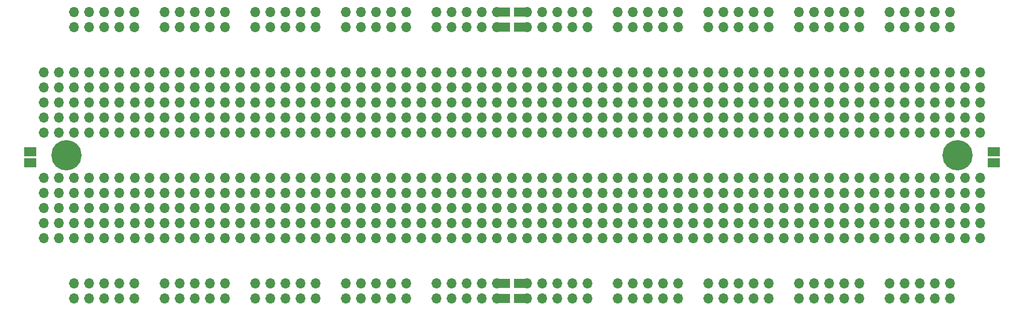
<source format=gbs>
G04 #@! TF.GenerationSoftware,KiCad,Pcbnew,(5.1.8)-1*
G04 #@! TF.CreationDate,2021-02-07T23:28:57+01:00*
G04 #@! TF.ProjectId,Breadboard 830,42726561-6462-46f6-9172-64203833302e,rev?*
G04 #@! TF.SameCoordinates,Original*
G04 #@! TF.FileFunction,Soldermask,Bot*
G04 #@! TF.FilePolarity,Negative*
%FSLAX46Y46*%
G04 Gerber Fmt 4.6, Leading zero omitted, Abs format (unit mm)*
G04 Created by KiCad (PCBNEW (5.1.8)-1) date 2021-02-07 23:28:57*
%MOMM*%
%LPD*%
G01*
G04 APERTURE LIST*
%ADD10R,1.900000X1.600000*%
%ADD11C,5.100000*%
%ADD12O,1.700000X1.700000*%
%ADD13R,2.000000X1.500000*%
G04 APERTURE END LIST*
D10*
X166370000Y-71120000D03*
X163830000Y-71120000D03*
X166370000Y-73660000D03*
X163830000Y-73660000D03*
X166370000Y-116840000D03*
X163830000Y-116840000D03*
X166370000Y-119380000D03*
X163830000Y-119380000D03*
D11*
X240030000Y-95250000D03*
X90170000Y-95250000D03*
D12*
X132080000Y-116840000D03*
X129540000Y-116840000D03*
X127000000Y-116840000D03*
X124460000Y-116840000D03*
X121920000Y-116840000D03*
X121920000Y-119380000D03*
X124460000Y-119380000D03*
X127000000Y-119380000D03*
X129540000Y-119380000D03*
X132080000Y-119380000D03*
X101600000Y-116840000D03*
X99060000Y-116840000D03*
X96520000Y-116840000D03*
X93980000Y-116840000D03*
X91440000Y-116840000D03*
X91440000Y-119380000D03*
X93980000Y-119380000D03*
X96520000Y-119380000D03*
X99060000Y-119380000D03*
X101600000Y-119380000D03*
X116840000Y-116840000D03*
X114300000Y-116840000D03*
X111760000Y-116840000D03*
X109220000Y-116840000D03*
X106680000Y-116840000D03*
X106680000Y-119380000D03*
X109220000Y-119380000D03*
X111760000Y-119380000D03*
X114300000Y-119380000D03*
X116840000Y-119380000D03*
X208280000Y-116840000D03*
X205740000Y-116840000D03*
X203200000Y-116840000D03*
X200660000Y-116840000D03*
X198120000Y-116840000D03*
X198120000Y-119380000D03*
X200660000Y-119380000D03*
X203200000Y-119380000D03*
X205740000Y-119380000D03*
X208280000Y-119380000D03*
X238760000Y-116840000D03*
X236220000Y-116840000D03*
X233680000Y-116840000D03*
X231140000Y-116840000D03*
X228600000Y-116840000D03*
X228600000Y-119380000D03*
X231140000Y-119380000D03*
X233680000Y-119380000D03*
X236220000Y-119380000D03*
X238760000Y-119380000D03*
X193040000Y-116840000D03*
X190500000Y-116840000D03*
X187960000Y-116840000D03*
X185420000Y-116840000D03*
X182880000Y-116840000D03*
X182880000Y-119380000D03*
X185420000Y-119380000D03*
X187960000Y-119380000D03*
X190500000Y-119380000D03*
X193040000Y-119380000D03*
X162560000Y-116840000D03*
X160020000Y-116840000D03*
X157480000Y-116840000D03*
X154940000Y-116840000D03*
X152400000Y-116840000D03*
X152400000Y-119380000D03*
X154940000Y-119380000D03*
X157480000Y-119380000D03*
X160020000Y-119380000D03*
X162560000Y-119380000D03*
X177800000Y-116840000D03*
X175260000Y-116840000D03*
X172720000Y-116840000D03*
X170180000Y-116840000D03*
X167640000Y-116840000D03*
X167640000Y-119380000D03*
X170180000Y-119380000D03*
X172720000Y-119380000D03*
X175260000Y-119380000D03*
X177800000Y-119380000D03*
X147320000Y-116840000D03*
X144780000Y-116840000D03*
X142240000Y-116840000D03*
X139700000Y-116840000D03*
X137160000Y-116840000D03*
X137160000Y-119380000D03*
X139700000Y-119380000D03*
X142240000Y-119380000D03*
X144780000Y-119380000D03*
X147320000Y-119380000D03*
X223520000Y-116840000D03*
X220980000Y-116840000D03*
X218440000Y-116840000D03*
X215900000Y-116840000D03*
X213360000Y-116840000D03*
X213360000Y-119380000D03*
X215900000Y-119380000D03*
X218440000Y-119380000D03*
X220980000Y-119380000D03*
X223520000Y-119380000D03*
X193040000Y-71120000D03*
X190500000Y-71120000D03*
X187960000Y-71120000D03*
X185420000Y-71120000D03*
X182880000Y-71120000D03*
X182880000Y-73660000D03*
X185420000Y-73660000D03*
X187960000Y-73660000D03*
X190500000Y-73660000D03*
X193040000Y-73660000D03*
X223520000Y-71120000D03*
X220980000Y-71120000D03*
X218440000Y-71120000D03*
X215900000Y-71120000D03*
X213360000Y-71120000D03*
X213360000Y-73660000D03*
X215900000Y-73660000D03*
X218440000Y-73660000D03*
X220980000Y-73660000D03*
X223520000Y-73660000D03*
X238760000Y-71120000D03*
X236220000Y-71120000D03*
X233680000Y-71120000D03*
X231140000Y-71120000D03*
X228600000Y-71120000D03*
X228600000Y-73660000D03*
X231140000Y-73660000D03*
X233680000Y-73660000D03*
X236220000Y-73660000D03*
X238760000Y-73660000D03*
X177800000Y-71120000D03*
X175260000Y-71120000D03*
X172720000Y-71120000D03*
X170180000Y-71120000D03*
X167640000Y-71120000D03*
X167640000Y-73660000D03*
X170180000Y-73660000D03*
X172720000Y-73660000D03*
X175260000Y-73660000D03*
X177800000Y-73660000D03*
X208280000Y-71120000D03*
X205740000Y-71120000D03*
X203200000Y-71120000D03*
X200660000Y-71120000D03*
X198120000Y-71120000D03*
X198120000Y-73660000D03*
X200660000Y-73660000D03*
X203200000Y-73660000D03*
X205740000Y-73660000D03*
X208280000Y-73660000D03*
X147320000Y-71120000D03*
X144780000Y-71120000D03*
X142240000Y-71120000D03*
X139700000Y-71120000D03*
X137160000Y-71120000D03*
X137160000Y-73660000D03*
X139700000Y-73660000D03*
X142240000Y-73660000D03*
X144780000Y-73660000D03*
X147320000Y-73660000D03*
X162560000Y-71120000D03*
X160020000Y-71120000D03*
X157480000Y-71120000D03*
X154940000Y-71120000D03*
X152400000Y-71120000D03*
X152400000Y-73660000D03*
X154940000Y-73660000D03*
X157480000Y-73660000D03*
X160020000Y-73660000D03*
X162560000Y-73660000D03*
X116840000Y-71120000D03*
X114300000Y-71120000D03*
X111760000Y-71120000D03*
X109220000Y-71120000D03*
X106680000Y-71120000D03*
X106680000Y-73660000D03*
X109220000Y-73660000D03*
X111760000Y-73660000D03*
X114300000Y-73660000D03*
X116840000Y-73660000D03*
X132080000Y-71120000D03*
X129540000Y-71120000D03*
X127000000Y-71120000D03*
X124460000Y-71120000D03*
X121920000Y-71120000D03*
X121920000Y-73660000D03*
X124460000Y-73660000D03*
X127000000Y-73660000D03*
X129540000Y-73660000D03*
X132080000Y-73660000D03*
X101600000Y-71120000D03*
X99060000Y-71120000D03*
X96520000Y-71120000D03*
X93980000Y-71120000D03*
X91440000Y-71120000D03*
X91440000Y-73660000D03*
X93980000Y-73660000D03*
X96520000Y-73660000D03*
X99060000Y-73660000D03*
X101600000Y-73660000D03*
X86360000Y-109220000D03*
X86360000Y-106680000D03*
X86360000Y-104140000D03*
X86360000Y-101600000D03*
X86360000Y-99060000D03*
X86360000Y-91440000D03*
X86360000Y-88900000D03*
X86360000Y-86360000D03*
X86360000Y-83820000D03*
X86360000Y-81280000D03*
X182880000Y-81280000D03*
X182880000Y-83820000D03*
X182880000Y-86360000D03*
X182880000Y-88900000D03*
X182880000Y-91440000D03*
X182880000Y-99060000D03*
X182880000Y-101600000D03*
X182880000Y-104140000D03*
X182880000Y-106680000D03*
X182880000Y-109220000D03*
X215900000Y-109220000D03*
X215900000Y-106680000D03*
X215900000Y-104140000D03*
X215900000Y-101600000D03*
X215900000Y-99060000D03*
X215900000Y-91440000D03*
X215900000Y-88900000D03*
X215900000Y-86360000D03*
X215900000Y-83820000D03*
X215900000Y-81280000D03*
X213360000Y-81280000D03*
X213360000Y-83820000D03*
X213360000Y-86360000D03*
X213360000Y-88900000D03*
X213360000Y-91440000D03*
X213360000Y-99060000D03*
X213360000Y-101600000D03*
X213360000Y-104140000D03*
X213360000Y-106680000D03*
X213360000Y-109220000D03*
X210820000Y-109220000D03*
X210820000Y-106680000D03*
X210820000Y-104140000D03*
X210820000Y-101600000D03*
X210820000Y-99060000D03*
X210820000Y-91440000D03*
X210820000Y-88900000D03*
X210820000Y-86360000D03*
X210820000Y-83820000D03*
X210820000Y-81280000D03*
X208280000Y-81280000D03*
X208280000Y-83820000D03*
X208280000Y-86360000D03*
X208280000Y-88900000D03*
X208280000Y-91440000D03*
X208280000Y-99060000D03*
X208280000Y-101600000D03*
X208280000Y-104140000D03*
X208280000Y-106680000D03*
X208280000Y-109220000D03*
X205740000Y-109220000D03*
X205740000Y-106680000D03*
X205740000Y-104140000D03*
X205740000Y-101600000D03*
X205740000Y-99060000D03*
X205740000Y-91440000D03*
X205740000Y-88900000D03*
X205740000Y-86360000D03*
X205740000Y-83820000D03*
X205740000Y-81280000D03*
X203200000Y-81280000D03*
X203200000Y-83820000D03*
X203200000Y-86360000D03*
X203200000Y-88900000D03*
X203200000Y-91440000D03*
X203200000Y-99060000D03*
X203200000Y-101600000D03*
X203200000Y-104140000D03*
X203200000Y-106680000D03*
X203200000Y-109220000D03*
X200660000Y-109220000D03*
X200660000Y-106680000D03*
X200660000Y-104140000D03*
X200660000Y-101600000D03*
X200660000Y-99060000D03*
X200660000Y-91440000D03*
X200660000Y-88900000D03*
X200660000Y-86360000D03*
X200660000Y-83820000D03*
X200660000Y-81280000D03*
X198120000Y-109220000D03*
X198120000Y-106680000D03*
X198120000Y-104140000D03*
X198120000Y-101600000D03*
X198120000Y-99060000D03*
X198120000Y-91440000D03*
X198120000Y-88900000D03*
X198120000Y-86360000D03*
X198120000Y-83820000D03*
X198120000Y-81280000D03*
X195580000Y-81280000D03*
X195580000Y-83820000D03*
X195580000Y-86360000D03*
X195580000Y-88900000D03*
X195580000Y-91440000D03*
X195580000Y-99060000D03*
X195580000Y-101600000D03*
X195580000Y-104140000D03*
X195580000Y-106680000D03*
X195580000Y-109220000D03*
X193040000Y-109220000D03*
X193040000Y-106680000D03*
X193040000Y-104140000D03*
X193040000Y-101600000D03*
X193040000Y-99060000D03*
X193040000Y-91440000D03*
X193040000Y-88900000D03*
X193040000Y-86360000D03*
X193040000Y-83820000D03*
X193040000Y-81280000D03*
X190500000Y-81280000D03*
X190500000Y-83820000D03*
X190500000Y-86360000D03*
X190500000Y-88900000D03*
X190500000Y-91440000D03*
X190500000Y-99060000D03*
X190500000Y-101600000D03*
X190500000Y-104140000D03*
X190500000Y-106680000D03*
X190500000Y-109220000D03*
X187960000Y-109220000D03*
X187960000Y-106680000D03*
X187960000Y-104140000D03*
X187960000Y-101600000D03*
X187960000Y-99060000D03*
X187960000Y-91440000D03*
X187960000Y-88900000D03*
X187960000Y-86360000D03*
X187960000Y-83820000D03*
X187960000Y-81280000D03*
X134620000Y-81280000D03*
X134620000Y-83820000D03*
X134620000Y-86360000D03*
X134620000Y-88900000D03*
X134620000Y-91440000D03*
X134620000Y-99060000D03*
X134620000Y-101600000D03*
X134620000Y-104140000D03*
X134620000Y-106680000D03*
X134620000Y-109220000D03*
X132080000Y-109220000D03*
X132080000Y-106680000D03*
X132080000Y-104140000D03*
X132080000Y-101600000D03*
X132080000Y-99060000D03*
X132080000Y-91440000D03*
X132080000Y-88900000D03*
X132080000Y-86360000D03*
X132080000Y-83820000D03*
X132080000Y-81280000D03*
X180340000Y-109220000D03*
X180340000Y-106680000D03*
X180340000Y-104140000D03*
X180340000Y-101600000D03*
X180340000Y-99060000D03*
X180340000Y-91440000D03*
X180340000Y-88900000D03*
X180340000Y-86360000D03*
X180340000Y-83820000D03*
X180340000Y-81280000D03*
X177800000Y-81280000D03*
X177800000Y-83820000D03*
X177800000Y-86360000D03*
X177800000Y-88900000D03*
X177800000Y-91440000D03*
X177800000Y-99060000D03*
X177800000Y-101600000D03*
X177800000Y-104140000D03*
X177800000Y-106680000D03*
X177800000Y-109220000D03*
X175260000Y-109220000D03*
X175260000Y-106680000D03*
X175260000Y-104140000D03*
X175260000Y-101600000D03*
X175260000Y-99060000D03*
X175260000Y-91440000D03*
X175260000Y-88900000D03*
X175260000Y-86360000D03*
X175260000Y-83820000D03*
X175260000Y-81280000D03*
X172720000Y-81280000D03*
X172720000Y-83820000D03*
X172720000Y-86360000D03*
X172720000Y-88900000D03*
X172720000Y-91440000D03*
X172720000Y-99060000D03*
X172720000Y-101600000D03*
X172720000Y-104140000D03*
X172720000Y-106680000D03*
X172720000Y-109220000D03*
X170180000Y-109220000D03*
X170180000Y-106680000D03*
X170180000Y-104140000D03*
X170180000Y-101600000D03*
X170180000Y-99060000D03*
X170180000Y-91440000D03*
X170180000Y-88900000D03*
X170180000Y-86360000D03*
X170180000Y-83820000D03*
X170180000Y-81280000D03*
X167640000Y-81280000D03*
X167640000Y-83820000D03*
X167640000Y-86360000D03*
X167640000Y-88900000D03*
X167640000Y-91440000D03*
X167640000Y-99060000D03*
X167640000Y-101600000D03*
X167640000Y-104140000D03*
X167640000Y-106680000D03*
X167640000Y-109220000D03*
X165100000Y-109220000D03*
X165100000Y-106680000D03*
X165100000Y-104140000D03*
X165100000Y-101600000D03*
X165100000Y-99060000D03*
X165100000Y-91440000D03*
X165100000Y-88900000D03*
X165100000Y-86360000D03*
X165100000Y-83820000D03*
X165100000Y-81280000D03*
X162560000Y-81280000D03*
X162560000Y-83820000D03*
X162560000Y-86360000D03*
X162560000Y-88900000D03*
X162560000Y-91440000D03*
X162560000Y-99060000D03*
X162560000Y-101600000D03*
X162560000Y-104140000D03*
X162560000Y-106680000D03*
X162560000Y-109220000D03*
X129540000Y-109220000D03*
X129540000Y-106680000D03*
X129540000Y-104140000D03*
X129540000Y-101600000D03*
X129540000Y-99060000D03*
X129540000Y-91440000D03*
X129540000Y-88900000D03*
X129540000Y-86360000D03*
X129540000Y-83820000D03*
X129540000Y-81280000D03*
X127000000Y-81280000D03*
X127000000Y-83820000D03*
X127000000Y-86360000D03*
X127000000Y-88900000D03*
X127000000Y-91440000D03*
X127000000Y-99060000D03*
X127000000Y-101600000D03*
X127000000Y-104140000D03*
X127000000Y-106680000D03*
X127000000Y-109220000D03*
X124460000Y-109220000D03*
X124460000Y-106680000D03*
X124460000Y-104140000D03*
X124460000Y-101600000D03*
X124460000Y-99060000D03*
X124460000Y-91440000D03*
X124460000Y-88900000D03*
X124460000Y-86360000D03*
X124460000Y-83820000D03*
X124460000Y-81280000D03*
X121920000Y-81280000D03*
X121920000Y-83820000D03*
X121920000Y-86360000D03*
X121920000Y-88900000D03*
X121920000Y-91440000D03*
X121920000Y-99060000D03*
X121920000Y-101600000D03*
X121920000Y-104140000D03*
X121920000Y-106680000D03*
X121920000Y-109220000D03*
X119380000Y-109220000D03*
X119380000Y-106680000D03*
X119380000Y-104140000D03*
X119380000Y-101600000D03*
X119380000Y-99060000D03*
X119380000Y-91440000D03*
X119380000Y-88900000D03*
X119380000Y-86360000D03*
X119380000Y-83820000D03*
X119380000Y-81280000D03*
X116840000Y-81280000D03*
X116840000Y-83820000D03*
X116840000Y-86360000D03*
X116840000Y-88900000D03*
X116840000Y-91440000D03*
X116840000Y-99060000D03*
X116840000Y-101600000D03*
X116840000Y-104140000D03*
X116840000Y-106680000D03*
X116840000Y-109220000D03*
X114300000Y-109220000D03*
X114300000Y-106680000D03*
X114300000Y-104140000D03*
X114300000Y-101600000D03*
X114300000Y-99060000D03*
X114300000Y-91440000D03*
X114300000Y-88900000D03*
X114300000Y-86360000D03*
X114300000Y-83820000D03*
X114300000Y-81280000D03*
X111760000Y-81280000D03*
X111760000Y-83820000D03*
X111760000Y-86360000D03*
X111760000Y-88900000D03*
X111760000Y-91440000D03*
X111760000Y-99060000D03*
X111760000Y-101600000D03*
X111760000Y-104140000D03*
X111760000Y-106680000D03*
X111760000Y-109220000D03*
X109220000Y-109220000D03*
X109220000Y-106680000D03*
X109220000Y-104140000D03*
X109220000Y-101600000D03*
X109220000Y-99060000D03*
X109220000Y-91440000D03*
X109220000Y-88900000D03*
X109220000Y-86360000D03*
X109220000Y-83820000D03*
X109220000Y-81280000D03*
X106680000Y-81280000D03*
X106680000Y-83820000D03*
X106680000Y-86360000D03*
X106680000Y-88900000D03*
X106680000Y-91440000D03*
X106680000Y-99060000D03*
X106680000Y-101600000D03*
X106680000Y-104140000D03*
X106680000Y-106680000D03*
X106680000Y-109220000D03*
X101670000Y-109220000D03*
X101670000Y-106680000D03*
X101670000Y-104140000D03*
X101670000Y-101600000D03*
X101670000Y-99060000D03*
X101670000Y-91440000D03*
X101670000Y-88900000D03*
X101670000Y-86360000D03*
X101670000Y-83820000D03*
X101670000Y-81280000D03*
X104140000Y-81280000D03*
X104140000Y-83820000D03*
X104140000Y-86360000D03*
X104140000Y-88900000D03*
X104140000Y-91440000D03*
X104140000Y-99060000D03*
X104140000Y-101600000D03*
X104140000Y-104140000D03*
X104140000Y-106680000D03*
X104140000Y-109220000D03*
X160020000Y-109220000D03*
X160020000Y-106680000D03*
X160020000Y-104140000D03*
X160020000Y-101600000D03*
X160020000Y-99060000D03*
X160020000Y-91440000D03*
X160020000Y-88900000D03*
X160020000Y-86360000D03*
X160020000Y-83820000D03*
X160020000Y-81280000D03*
X99060000Y-81280000D03*
X99060000Y-83820000D03*
X99060000Y-86360000D03*
X99060000Y-88900000D03*
X99060000Y-91440000D03*
X99060000Y-99060000D03*
X99060000Y-101600000D03*
X99060000Y-104140000D03*
X99060000Y-106680000D03*
X99060000Y-109220000D03*
X157480000Y-109220000D03*
X157480000Y-106680000D03*
X157480000Y-104140000D03*
X157480000Y-101600000D03*
X157480000Y-99060000D03*
X157480000Y-91440000D03*
X157480000Y-88900000D03*
X157480000Y-86360000D03*
X157480000Y-83820000D03*
X157480000Y-81280000D03*
X96520000Y-81280000D03*
X96520000Y-83820000D03*
X96520000Y-86360000D03*
X96520000Y-88900000D03*
X96520000Y-91440000D03*
X96520000Y-99060000D03*
X96520000Y-101600000D03*
X96520000Y-104140000D03*
X96520000Y-106680000D03*
X96520000Y-109220000D03*
X154940000Y-109220000D03*
X154940000Y-106680000D03*
X154940000Y-104140000D03*
X154940000Y-101600000D03*
X154940000Y-99060000D03*
X154940000Y-91440000D03*
X154940000Y-88900000D03*
X154940000Y-86360000D03*
X154940000Y-83820000D03*
X154940000Y-81280000D03*
X93980000Y-81280000D03*
X93980000Y-83820000D03*
X93980000Y-86360000D03*
X93980000Y-88900000D03*
X93980000Y-91440000D03*
X93980000Y-99060000D03*
X93980000Y-101600000D03*
X93980000Y-104140000D03*
X93980000Y-106680000D03*
X93980000Y-109220000D03*
X152400000Y-109220000D03*
X152400000Y-106680000D03*
X152400000Y-104140000D03*
X152400000Y-101600000D03*
X152400000Y-99060000D03*
X152400000Y-91440000D03*
X152400000Y-88900000D03*
X152400000Y-86360000D03*
X152400000Y-83820000D03*
X152400000Y-81280000D03*
X91440000Y-81280000D03*
X91440000Y-83820000D03*
X91440000Y-86360000D03*
X91440000Y-88900000D03*
X91440000Y-91440000D03*
X91440000Y-99060000D03*
X91440000Y-101600000D03*
X91440000Y-104140000D03*
X91440000Y-106680000D03*
X91440000Y-109220000D03*
X149860000Y-109220000D03*
X149860000Y-106680000D03*
X149860000Y-104140000D03*
X149860000Y-101600000D03*
X149860000Y-99060000D03*
X149860000Y-91440000D03*
X149860000Y-88900000D03*
X149860000Y-86360000D03*
X149860000Y-83820000D03*
X149860000Y-81280000D03*
X88900000Y-81280000D03*
X88900000Y-83820000D03*
X88900000Y-86360000D03*
X88900000Y-88900000D03*
X88900000Y-91440000D03*
X88900000Y-99060000D03*
X88900000Y-101600000D03*
X88900000Y-104140000D03*
X88900000Y-106680000D03*
X88900000Y-109220000D03*
X147320000Y-109220000D03*
X147320000Y-106680000D03*
X147320000Y-104140000D03*
X147320000Y-101600000D03*
X147320000Y-99060000D03*
X147320000Y-91440000D03*
X147320000Y-88900000D03*
X147320000Y-86360000D03*
X147320000Y-83820000D03*
X147320000Y-81280000D03*
X236220000Y-81280000D03*
X236220000Y-83820000D03*
X236220000Y-86360000D03*
X236220000Y-88900000D03*
X236220000Y-91440000D03*
X236220000Y-99060000D03*
X236220000Y-101600000D03*
X236220000Y-104140000D03*
X236220000Y-106680000D03*
X236220000Y-109220000D03*
X144780000Y-109220000D03*
X144780000Y-106680000D03*
X144780000Y-104140000D03*
X144780000Y-101600000D03*
X144780000Y-99060000D03*
X144780000Y-91440000D03*
X144780000Y-88900000D03*
X144780000Y-86360000D03*
X144780000Y-83820000D03*
X144780000Y-81280000D03*
X238760000Y-81280000D03*
X238760000Y-83820000D03*
X238760000Y-86360000D03*
X238760000Y-88900000D03*
X238760000Y-91440000D03*
X238760000Y-99060000D03*
X238760000Y-101600000D03*
X238760000Y-104140000D03*
X238760000Y-106680000D03*
X238760000Y-109220000D03*
X142240000Y-109220000D03*
X142240000Y-106680000D03*
X142240000Y-104140000D03*
X142240000Y-101600000D03*
X142240000Y-99060000D03*
X142240000Y-91440000D03*
X142240000Y-88900000D03*
X142240000Y-86360000D03*
X142240000Y-83820000D03*
X142240000Y-81280000D03*
X241300000Y-81280000D03*
X241300000Y-83820000D03*
X241300000Y-86360000D03*
X241300000Y-88900000D03*
X241300000Y-91440000D03*
X241300000Y-99060000D03*
X241300000Y-101600000D03*
X241300000Y-104140000D03*
X241300000Y-106680000D03*
X241300000Y-109220000D03*
X139700000Y-109220000D03*
X139700000Y-106680000D03*
X139700000Y-104140000D03*
X139700000Y-101600000D03*
X139700000Y-99060000D03*
X139700000Y-91440000D03*
X139700000Y-88900000D03*
X139700000Y-86360000D03*
X139700000Y-83820000D03*
X139700000Y-81280000D03*
X243840000Y-81280000D03*
X243840000Y-83820000D03*
X243840000Y-86360000D03*
X243840000Y-88900000D03*
X243840000Y-91440000D03*
X243840000Y-99060000D03*
X243840000Y-101600000D03*
X243840000Y-104140000D03*
X243840000Y-106680000D03*
X243840000Y-109220000D03*
X137160000Y-109220000D03*
X137160000Y-106680000D03*
X137160000Y-104140000D03*
X137160000Y-101600000D03*
X137160000Y-99060000D03*
X137160000Y-91440000D03*
X137160000Y-88900000D03*
X137160000Y-86360000D03*
X137160000Y-83820000D03*
X137160000Y-81280000D03*
X185420000Y-81280000D03*
X185420000Y-83820000D03*
X185420000Y-86360000D03*
X185420000Y-88900000D03*
X185420000Y-91440000D03*
X185420000Y-99060000D03*
X185420000Y-101600000D03*
X185420000Y-104140000D03*
X185420000Y-106680000D03*
X185420000Y-109220000D03*
X218440000Y-109220000D03*
X218440000Y-106680000D03*
X218440000Y-104140000D03*
X218440000Y-101600000D03*
X218440000Y-99060000D03*
X218440000Y-91440000D03*
X218440000Y-88900000D03*
X218440000Y-86360000D03*
X218440000Y-83820000D03*
X218440000Y-81280000D03*
X220980000Y-81280000D03*
X220980000Y-83820000D03*
X220980000Y-86360000D03*
X220980000Y-88900000D03*
X220980000Y-91440000D03*
X220980000Y-99060000D03*
X220980000Y-101600000D03*
X220980000Y-104140000D03*
X220980000Y-106680000D03*
X220980000Y-109220000D03*
X223520000Y-109220000D03*
X223520000Y-106680000D03*
X223520000Y-104140000D03*
X223520000Y-101600000D03*
X223520000Y-99060000D03*
X223520000Y-91440000D03*
X223520000Y-88900000D03*
X223520000Y-86360000D03*
X223520000Y-83820000D03*
X223520000Y-81280000D03*
X226060000Y-81280000D03*
X226060000Y-83820000D03*
X226060000Y-86360000D03*
X226060000Y-88900000D03*
X226060000Y-91440000D03*
X226060000Y-99060000D03*
X226060000Y-101600000D03*
X226060000Y-104140000D03*
X226060000Y-106680000D03*
X226060000Y-109220000D03*
X228600000Y-109220000D03*
X228600000Y-106680000D03*
X228600000Y-104140000D03*
X228600000Y-101600000D03*
X228600000Y-99060000D03*
X228600000Y-91440000D03*
X228600000Y-88900000D03*
X228600000Y-86360000D03*
X228600000Y-83820000D03*
X228600000Y-81280000D03*
X231140000Y-81280000D03*
X231140000Y-83820000D03*
X231140000Y-86360000D03*
X231140000Y-88900000D03*
X231140000Y-91440000D03*
X231140000Y-99060000D03*
X231140000Y-101600000D03*
X231140000Y-104140000D03*
X231140000Y-106680000D03*
X231140000Y-109220000D03*
X233680000Y-109220000D03*
X233680000Y-106680000D03*
X233680000Y-104140000D03*
X233680000Y-101600000D03*
X233680000Y-99060000D03*
X233680000Y-91440000D03*
X233680000Y-88900000D03*
X233680000Y-86360000D03*
X233680000Y-83820000D03*
X233680000Y-81280000D03*
D13*
X84074000Y-96520000D03*
X84074000Y-94615000D03*
X246126000Y-96520000D03*
X246126000Y-94615000D03*
M02*

</source>
